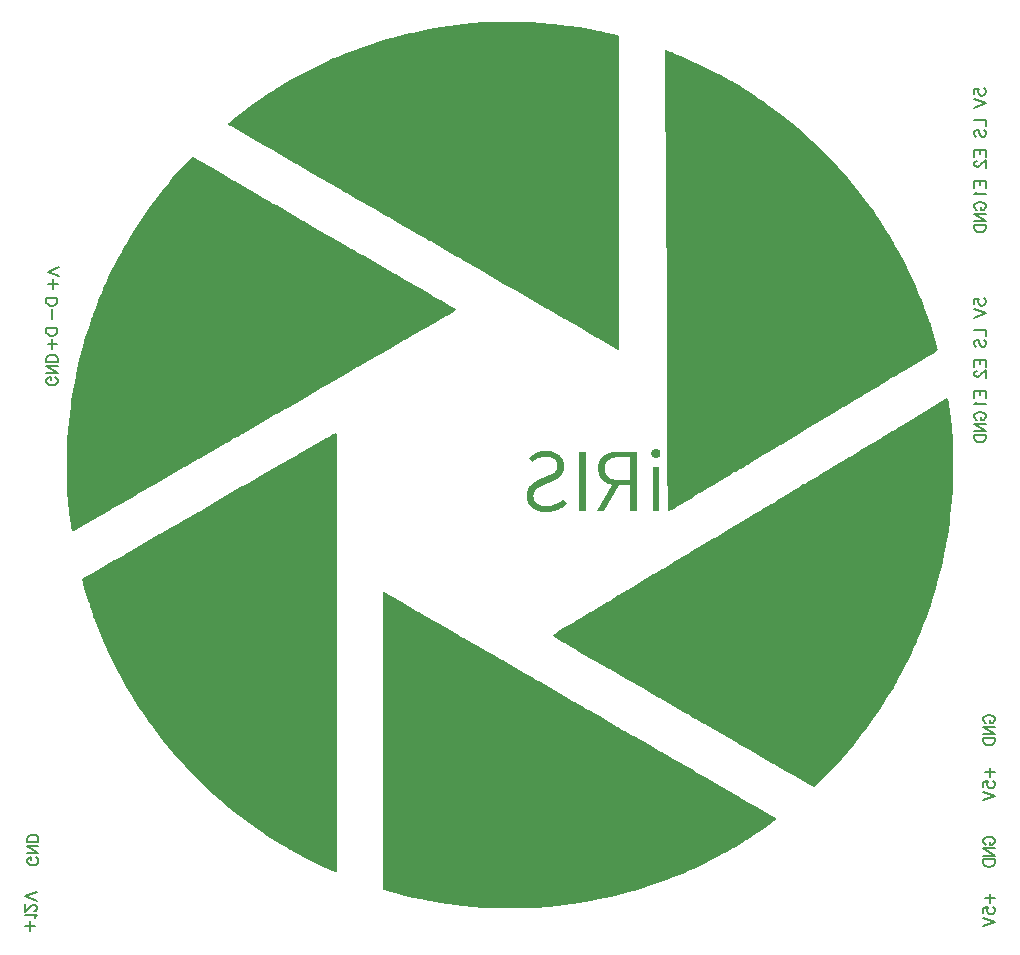
<source format=gbo>
G04 Layer: BottomSilkscreenLayer*
G04 EasyEDA v6.5.39, 2024-01-10 21:05:38*
G04 9cfd073529b94999841d5e3d22f50bd2,208856bd7ad64deca1bfdec547b981c7,10*
G04 Gerber Generator version 0.2*
G04 Scale: 100 percent, Rotated: No, Reflected: No *
G04 Dimensions in millimeters *
G04 leading zeros omitted , absolute positions ,4 integer and 5 decimal *
%FSLAX45Y45*%
%MOMM*%

%ADD10C,0.2032*%

%LPD*%
G36*
X4316323Y2169972D02*
G01*
X3874922Y2168042D01*
X3827526Y2160371D01*
X3703472Y2152192D01*
X3677970Y2145690D01*
X3597046Y2138273D01*
X3535679Y2127554D01*
X3437178Y2111806D01*
X3367887Y2097481D01*
X3298596Y2082749D01*
X3269386Y2075840D01*
X3229254Y2067661D01*
X3187293Y2054047D01*
X3174542Y2054199D01*
X3125317Y2039467D01*
X3072434Y2024735D01*
X2973933Y1994865D01*
X2900984Y1969668D01*
X2879090Y1963318D01*
X2791510Y1930704D01*
X2758694Y1919020D01*
X2739339Y1908149D01*
X2730296Y1908149D01*
X2700324Y1894433D01*
X2660192Y1878075D01*
X2630220Y1864360D01*
X2625394Y1864360D01*
X2561691Y1834438D01*
X2525217Y1817725D01*
X2375662Y1743202D01*
X2240686Y1670151D01*
X2229764Y1661515D01*
X2211527Y1652727D01*
X2189632Y1638401D01*
X2164080Y1623415D01*
X2142185Y1609242D01*
X2120341Y1597050D01*
X2116683Y1591818D01*
X2091994Y1578000D01*
X2080209Y1570583D01*
X1967128Y1494434D01*
X1883511Y1432102D01*
X1867357Y1421180D01*
X1770125Y1346454D01*
X1741017Y1320850D01*
X1735480Y1320850D01*
X1735480Y1300276D01*
X1757273Y1289862D01*
X1940255Y1184046D01*
X1967128Y1168146D01*
X1988972Y1156766D01*
X2018182Y1138326D01*
X2032762Y1130808D01*
X2059584Y1114755D01*
X2127605Y1076198D01*
X2138578Y1069543D01*
X2268626Y994359D01*
X2295398Y978458D01*
X2317292Y966978D01*
X2346502Y949248D01*
X2368397Y937818D01*
X2390241Y923239D01*
X2412136Y911809D01*
X2439009Y895858D01*
X2679344Y756920D01*
X2718562Y733602D01*
X2740456Y722122D01*
X2769616Y704443D01*
X2791510Y692912D01*
X2818384Y677011D01*
X2976270Y585825D01*
X3003092Y569874D01*
X3024987Y558495D01*
X3072434Y529234D01*
X3094278Y517804D01*
X3123488Y500126D01*
X3145383Y488645D01*
X3172155Y472744D01*
X3304590Y396138D01*
X3331413Y380187D01*
X3353308Y368706D01*
X3382467Y351028D01*
X3404362Y339648D01*
X3433572Y321208D01*
X3448151Y313690D01*
X3475024Y297637D01*
X3658108Y191820D01*
X3681577Y178816D01*
X3710787Y161340D01*
X3732682Y149860D01*
X3761841Y132130D01*
X3783736Y120700D01*
X3805631Y106121D01*
X3827526Y94691D01*
X3854399Y78740D01*
X4037736Y-27025D01*
X4064609Y-43078D01*
X4079240Y-50596D01*
X4108399Y-69037D01*
X4130294Y-80416D01*
X4159453Y-98094D01*
X4181348Y-109626D01*
X4208221Y-125526D01*
X4391609Y-231292D01*
X4418482Y-247243D01*
X4440377Y-258622D01*
X4469536Y-277012D01*
X4484116Y-284581D01*
X4510938Y-300634D01*
X4578959Y-339140D01*
X4589932Y-345846D01*
X4719980Y-420979D01*
X4746752Y-436930D01*
X4768646Y-448411D01*
X4797856Y-466090D01*
X4819751Y-477520D01*
X4841595Y-492150D01*
X4863490Y-503580D01*
X4890465Y-519480D01*
X5033467Y-601776D01*
X5040426Y-597509D01*
X5040426Y2053539D01*
X5029606Y2064359D01*
X4998466Y2068982D01*
X4943754Y2082596D01*
X4878120Y2098040D01*
X4861966Y2097836D01*
X4801514Y2111857D01*
X4754067Y2119630D01*
X4713935Y2126589D01*
X4611827Y2141423D01*
X4487773Y2155901D01*
X4378350Y2164638D01*
G37*
G36*
X5435244Y1933702D02*
G01*
X5431586Y1919681D01*
X5437784Y574852D01*
X5445455Y-56235D01*
X5452414Y-1548180D01*
X5457393Y-1966214D01*
X5469026Y-1972310D01*
X5507990Y-1949450D01*
X5527395Y-1937054D01*
X5578500Y-1907133D01*
X5600395Y-1893265D01*
X5651449Y-1863343D01*
X5673344Y-1849475D01*
X5724398Y-1819605D01*
X5746292Y-1805736D01*
X5797346Y-1775815D01*
X5826556Y-1757984D01*
X5870295Y-1732025D01*
X5899505Y-1714195D01*
X5943295Y-1688236D01*
X5972454Y-1670253D01*
X5987034Y-1662938D01*
X6019850Y-1641348D01*
X6034481Y-1634032D01*
X6063640Y-1615846D01*
X6089192Y-1600911D01*
X6118352Y-1582724D01*
X6132982Y-1575409D01*
X6165799Y-1553819D01*
X6180378Y-1546504D01*
X6209538Y-1528318D01*
X6235090Y-1513281D01*
X6264300Y-1495653D01*
X6278880Y-1487830D01*
X6311696Y-1466392D01*
X6333591Y-1455166D01*
X6355486Y-1440942D01*
X6406540Y-1411020D01*
X6428435Y-1397152D01*
X6479489Y-1367231D01*
X6498996Y-1354836D01*
X6570725Y-1312519D01*
X6647281Y-1266190D01*
X6864959Y-1135989D01*
X6889038Y-1121359D01*
X6942785Y-1090015D01*
X6964680Y-1076147D01*
X7015734Y-1046226D01*
X7037628Y-1032357D01*
X7088682Y-1002487D01*
X7110577Y-988618D01*
X7161631Y-958697D01*
X7183526Y-944829D01*
X7234631Y-914908D01*
X7254087Y-902512D01*
X7329474Y-859332D01*
X7333081Y-854608D01*
X7402423Y-815441D01*
X7406081Y-810869D01*
X7475372Y-771499D01*
X7482687Y-765098D01*
X7555636Y-722376D01*
X7627315Y-680008D01*
X7646822Y-667613D01*
X7700365Y-636219D01*
X7712456Y-628802D01*
X7744053Y-608431D01*
X7739329Y-577850D01*
X7725816Y-534060D01*
X7710728Y-483006D01*
X7681468Y-394970D01*
X7681468Y-385622D01*
X7670647Y-362610D01*
X7660284Y-329793D01*
X7636916Y-264160D01*
X7627010Y-242265D01*
X7604607Y-180238D01*
X7594650Y-158343D01*
X7578598Y-118211D01*
X7554468Y-63500D01*
X7516266Y20370D01*
X7455153Y144424D01*
X7411313Y224688D01*
X7400086Y246583D01*
X7382408Y275742D01*
X7370927Y297637D01*
X7354976Y324256D01*
X7326426Y374243D01*
X7321448Y377901D01*
X7311999Y396138D01*
X7286345Y436270D01*
X7243724Y500532D01*
X7243267Y505561D01*
X7218476Y538378D01*
X7198106Y569671D01*
X7127595Y666038D01*
X7049211Y768197D01*
X7044740Y771855D01*
X6979361Y852119D01*
X6899402Y943305D01*
X6862521Y983386D01*
X6680149Y1165860D01*
X6614464Y1225042D01*
X6559753Y1271524D01*
X6556095Y1275842D01*
X6508648Y1315364D01*
X6472224Y1344523D01*
X6453987Y1360474D01*
X6315354Y1465021D01*
X6297117Y1477518D01*
X6260642Y1503629D01*
X6232245Y1523288D01*
X6220510Y1530756D01*
X6188456Y1552498D01*
X6176721Y1559763D01*
X6132982Y1588363D01*
X6092850Y1613509D01*
X6074613Y1626006D01*
X6024626Y1654606D01*
X5998006Y1670557D01*
X5976112Y1681937D01*
X5950559Y1697583D01*
X5903163Y1723542D01*
X5866688Y1743151D01*
X5731713Y1810512D01*
X5636869Y1854250D01*
X5582158Y1878228D01*
X5542026Y1894332D01*
X5520131Y1904288D01*
X5490921Y1914702D01*
X5451703Y1929739D01*
X5447792Y1933702D01*
G37*
G36*
X1423924Y1029004D02*
G01*
X1362456Y965200D01*
X1259433Y847801D01*
X1229106Y811987D01*
X1199337Y775512D01*
X1120800Y674624D01*
X1109878Y658469D01*
X1047546Y574852D01*
X993140Y493877D01*
X927455Y392480D01*
X890981Y331724D01*
X874623Y304901D01*
X863142Y283057D01*
X845515Y253847D01*
X831037Y224688D01*
X802132Y173583D01*
X720750Y9448D01*
X707390Y-19710D01*
X677621Y-83413D01*
X677621Y-88239D01*
X663752Y-118211D01*
X644144Y-165658D01*
X633831Y-188620D01*
X633831Y-197358D01*
X622960Y-216712D01*
X612648Y-245922D01*
X593293Y-296976D01*
X586181Y-320294D01*
X575513Y-340766D01*
X575208Y-355346D01*
X561086Y-384505D01*
X560882Y-395325D01*
X547217Y-431952D01*
X532790Y-479348D01*
X517093Y-532231D01*
X503021Y-581507D01*
X487781Y-632561D01*
X487883Y-642366D01*
X474218Y-690930D01*
X457911Y-763879D01*
X444601Y-825906D01*
X433324Y-876960D01*
X429006Y-909828D01*
X415340Y-982776D01*
X407365Y-1037488D01*
X400507Y-1088542D01*
X392988Y-1150569D01*
X386029Y-1216202D01*
X372973Y-1358493D01*
X372973Y-1814474D01*
X382016Y-1876501D01*
X389636Y-1992477D01*
X396443Y-2022957D01*
X404266Y-2106320D01*
X411378Y-2132838D01*
X421132Y-2140966D01*
X442315Y-2129332D01*
X469188Y-2113584D01*
X652526Y-2007819D01*
X679399Y-1991918D01*
X701294Y-1980488D01*
X723188Y-1965858D01*
X745083Y-1954428D01*
X774242Y-1936750D01*
X796137Y-1925218D01*
X822960Y-1909318D01*
X958494Y-1830832D01*
X963930Y-1827479D01*
X1031951Y-1788922D01*
X1058773Y-1772920D01*
X1073404Y-1765350D01*
X1102563Y-1746961D01*
X1124458Y-1735531D01*
X1151331Y-1719630D01*
X1334719Y-1613865D01*
X1361592Y-1597914D01*
X1383436Y-1586433D01*
X1412646Y-1568754D01*
X1434541Y-1557324D01*
X1481937Y-1528064D01*
X1503832Y-1516684D01*
X1530654Y-1500784D01*
X1688541Y-1409547D01*
X1715414Y-1393647D01*
X1737309Y-1382217D01*
X1759204Y-1367790D01*
X1784705Y-1353362D01*
X1813915Y-1338427D01*
X1843074Y-1320088D01*
X1857654Y-1312519D01*
X1884527Y-1296466D01*
X2067915Y-1190701D01*
X2094788Y-1174648D01*
X2109368Y-1167130D01*
X2138578Y-1148689D01*
X2160422Y-1137310D01*
X2189632Y-1119632D01*
X2211527Y-1108100D01*
X2238349Y-1092200D01*
X2397556Y-999947D01*
X2428341Y-984046D01*
X2452268Y-968095D01*
X2470505Y-959002D01*
X2517952Y-929843D01*
X2539847Y-918413D01*
X2566720Y-902512D01*
X2750058Y-796747D01*
X2776931Y-780796D01*
X2798826Y-769315D01*
X2827985Y-751636D01*
X2849880Y-740257D01*
X2879090Y-721817D01*
X2893669Y-714298D01*
X2920542Y-698246D01*
X3103930Y-592429D01*
X3130753Y-576529D01*
X3152648Y-565099D01*
X3174542Y-550468D01*
X3196437Y-539038D01*
X3225596Y-521360D01*
X3247491Y-509879D01*
X3276701Y-492353D01*
X3300171Y-479348D01*
X3483305Y-373583D01*
X3540251Y-340410D01*
X3579469Y-317093D01*
X3601364Y-305612D01*
X3630523Y-287883D01*
X3654501Y-276707D01*
X3662730Y-258622D01*
X3659733Y-256082D01*
X3612286Y-229209D01*
X3601364Y-222453D01*
X3558743Y-198475D01*
X3532022Y-182575D01*
X3510127Y-171145D01*
X3480968Y-152755D01*
X3466388Y-145186D01*
X3439566Y-129184D01*
X3371545Y-90627D01*
X3360572Y-83972D01*
X3230524Y-8788D01*
X3203752Y7112D01*
X3181858Y18643D01*
X3152648Y36322D01*
X3130753Y47752D01*
X3108909Y62331D01*
X3087014Y73812D01*
X3060141Y89712D01*
X2876753Y195478D01*
X2849880Y211531D01*
X2835300Y219100D01*
X2806141Y237439D01*
X2776931Y252374D01*
X2751378Y266801D01*
X2729534Y281228D01*
X2707640Y292658D01*
X2680766Y308559D01*
X2497378Y414375D01*
X2470505Y430377D01*
X2455926Y437946D01*
X2426766Y456336D01*
X2404872Y467766D01*
X2375662Y485444D01*
X2353767Y496925D01*
X2326894Y512876D01*
X2143556Y618642D01*
X2116683Y634542D01*
X2094788Y645972D01*
X2047341Y675132D01*
X2029104Y684225D01*
X2005228Y700176D01*
X1974392Y716076D01*
X1815185Y808329D01*
X1788363Y824230D01*
X1766468Y835761D01*
X1737309Y853440D01*
X1715414Y864819D01*
X1686204Y883259D01*
X1671624Y890778D01*
X1644751Y906830D01*
X1434541Y1028242D01*
G37*
G36*
X7822692Y-1013612D02*
G01*
X7807350Y-1023670D01*
X7764678Y-1048410D01*
X7738008Y-1064818D01*
X7694218Y-1090777D01*
X7665059Y-1108557D01*
X7446162Y-1239570D01*
X7431582Y-1247394D01*
X7398766Y-1268831D01*
X7376871Y-1280058D01*
X7354976Y-1294434D01*
X7300264Y-1327099D01*
X7285685Y-1334922D01*
X7252868Y-1356410D01*
X7230973Y-1367586D01*
X7209078Y-1381861D01*
X7158024Y-1411732D01*
X7136130Y-1425600D01*
X7085025Y-1455521D01*
X7063181Y-1469390D01*
X7012076Y-1499311D01*
X6990181Y-1513179D01*
X6939127Y-1543050D01*
X6909968Y-1560931D01*
X6866178Y-1586890D01*
X6836968Y-1604670D01*
X6793230Y-1630629D01*
X6764020Y-1648612D01*
X6749440Y-1655927D01*
X6716623Y-1677517D01*
X6702044Y-1684832D01*
X6672834Y-1703019D01*
X6647281Y-1718005D01*
X6618122Y-1736191D01*
X6603542Y-1743506D01*
X6570725Y-1765096D01*
X6556095Y-1772412D01*
X6526936Y-1790598D01*
X6501384Y-1805533D01*
X6453987Y-1834337D01*
X6428435Y-1849424D01*
X6399276Y-1867001D01*
X6384645Y-1874824D01*
X6351828Y-1896262D01*
X6329934Y-1907489D01*
X6308039Y-1921713D01*
X6256985Y-1951634D01*
X6235090Y-1965502D01*
X6184036Y-1995424D01*
X6164529Y-2007819D01*
X6092850Y-2050135D01*
X6016244Y-2096465D01*
X5946902Y-2137664D01*
X5870295Y-2184349D01*
X5847080Y-2197506D01*
X5701538Y-2285034D01*
X5647791Y-2316429D01*
X5625896Y-2330297D01*
X5574842Y-2360218D01*
X5552948Y-2374036D01*
X5501894Y-2403957D01*
X5479999Y-2417826D01*
X5428945Y-2447747D01*
X5407050Y-2461615D01*
X5355945Y-2491536D01*
X5334101Y-2505405D01*
X5282996Y-2535275D01*
X5263540Y-2547670D01*
X5188153Y-2590901D01*
X5184495Y-2595575D01*
X5115204Y-2634792D01*
X5111546Y-2639364D01*
X5042255Y-2678531D01*
X5038598Y-2683256D01*
X4963261Y-2726436D01*
X4943754Y-2738831D01*
X4892700Y-2768752D01*
X4870805Y-2782620D01*
X4819751Y-2812542D01*
X4797856Y-2826410D01*
X4746752Y-2856280D01*
X4724908Y-2870149D01*
X4673803Y-2900070D01*
X4651908Y-2913938D01*
X4600854Y-2943809D01*
X4571695Y-2961690D01*
X4527905Y-2987649D01*
X4498695Y-3005683D01*
X4482287Y-3013964D01*
X4482287Y-3030524D01*
X4537862Y-3062020D01*
X4564380Y-3077972D01*
X4586274Y-3089351D01*
X4633671Y-3118612D01*
X4655566Y-3130042D01*
X4684776Y-3147720D01*
X4706670Y-3159201D01*
X4733544Y-3175152D01*
X4916881Y-3280918D01*
X4943754Y-3296818D01*
X4965649Y-3308248D01*
X4994808Y-3326637D01*
X5009438Y-3334207D01*
X5036261Y-3350209D01*
X5104282Y-3388766D01*
X5115204Y-3395421D01*
X5245252Y-3470605D01*
X5272074Y-3486505D01*
X5293969Y-3498037D01*
X5323128Y-3515715D01*
X5345023Y-3527145D01*
X5366918Y-3541725D01*
X5388813Y-3553206D01*
X5415686Y-3569106D01*
X5599023Y-3674872D01*
X5625896Y-3690924D01*
X5640476Y-3698443D01*
X5669686Y-3716832D01*
X5698845Y-3731768D01*
X5724398Y-3746195D01*
X5746292Y-3760622D01*
X5768187Y-3772052D01*
X5795060Y-3787952D01*
X5978398Y-3893769D01*
X6005271Y-3909771D01*
X6019850Y-3917340D01*
X6049060Y-3935729D01*
X6070955Y-3947160D01*
X6100114Y-3964838D01*
X6122009Y-3976319D01*
X6148882Y-3992270D01*
X6332270Y-4098036D01*
X6359144Y-4113936D01*
X6380988Y-4125366D01*
X6410198Y-4143756D01*
X6424777Y-4151325D01*
X6451600Y-4167327D01*
X6519621Y-4205884D01*
X6530594Y-4212539D01*
X6660794Y-4287723D01*
X6697929Y-4308398D01*
X6880910Y-4123588D01*
X6982917Y-4006240D01*
X7013346Y-3970375D01*
X7030313Y-3948480D01*
X7041286Y-3934815D01*
X7052919Y-3922928D01*
X7121550Y-3833164D01*
X7143648Y-3802532D01*
X7194702Y-3733241D01*
X7221728Y-3693109D01*
X7243724Y-3661867D01*
X7243724Y-3655923D01*
X7258303Y-3642766D01*
X7258303Y-3636822D01*
X7288784Y-3591001D01*
X7332268Y-3521659D01*
X7344562Y-3503422D01*
X7349845Y-3492500D01*
X7367727Y-3463290D01*
X7379208Y-3441446D01*
X7396886Y-3412236D01*
X7407351Y-3389985D01*
X7442758Y-3328314D01*
X7521600Y-3167837D01*
X7534960Y-3138627D01*
X7564729Y-3074974D01*
X7564729Y-3070148D01*
X7578598Y-3040176D01*
X7598206Y-2992729D01*
X7608519Y-2969768D01*
X7608519Y-2961030D01*
X7619339Y-2941675D01*
X7629702Y-2912465D01*
X7649057Y-2861411D01*
X7656169Y-2838094D01*
X7666837Y-2817622D01*
X7667142Y-2803042D01*
X7681214Y-2773883D01*
X7681468Y-2763062D01*
X7695133Y-2726436D01*
X7725003Y-2627934D01*
X7739227Y-2576880D01*
X7754518Y-2525826D01*
X7754416Y-2514295D01*
X7767980Y-2467457D01*
X7782814Y-2401773D01*
X7797800Y-2332482D01*
X7812786Y-2266035D01*
X7812735Y-2248560D01*
X7826908Y-2175611D01*
X7841996Y-2069846D01*
X7849362Y-2007819D01*
X7856321Y-1942134D01*
X7869326Y-1799894D01*
X7869326Y-1343914D01*
X7860334Y-1281887D01*
X7852714Y-1165910D01*
X7845907Y-1135430D01*
X7838084Y-1052068D01*
X7830312Y-1022908D01*
G37*
G36*
X2636926Y-1305610D02*
G01*
X2632151Y-1313332D01*
X2616454Y-1320088D01*
X2587244Y-1338478D01*
X2565349Y-1349857D01*
X2538476Y-1365808D01*
X2355138Y-1471574D01*
X2328265Y-1487474D01*
X2306370Y-1499006D01*
X2277160Y-1516684D01*
X2255316Y-1528064D01*
X2226106Y-1546504D01*
X2211527Y-1554022D01*
X2184654Y-1570075D01*
X2001266Y-1675841D01*
X1974392Y-1691792D01*
X1952498Y-1703222D01*
X1930654Y-1717802D01*
X1908759Y-1729232D01*
X1879549Y-1746707D01*
X1854047Y-1760626D01*
X1621891Y-1894738D01*
X1595018Y-1910638D01*
X1573123Y-1922068D01*
X1551279Y-1936699D01*
X1529384Y-1948129D01*
X1500174Y-1965807D01*
X1478280Y-1977288D01*
X1451508Y-1993239D01*
X1321460Y-2068372D01*
X1310487Y-2075078D01*
X1242466Y-2113584D01*
X1215644Y-2129637D01*
X1201064Y-2137206D01*
X1171905Y-2155596D01*
X1150010Y-2166975D01*
X1123137Y-2182926D01*
X939749Y-2288692D01*
X912876Y-2304592D01*
X890981Y-2316124D01*
X861821Y-2333802D01*
X839927Y-2345182D01*
X810717Y-2363622D01*
X796137Y-2371140D01*
X769264Y-2387193D01*
X585927Y-2492959D01*
X559054Y-2508910D01*
X537159Y-2520543D01*
X522427Y-2529433D01*
X498144Y-2546858D01*
X502869Y-2580538D01*
X516534Y-2624277D01*
X532638Y-2679039D01*
X546252Y-2717952D01*
X546506Y-2730093D01*
X560628Y-2759252D01*
X560882Y-2772765D01*
X571398Y-2795727D01*
X586740Y-2839516D01*
X592531Y-2861411D01*
X604621Y-2884779D01*
X604621Y-2893161D01*
X615238Y-2916123D01*
X637692Y-2978150D01*
X647649Y-3000044D01*
X663752Y-3040176D01*
X691184Y-3102152D01*
X734161Y-3196437D01*
X793140Y-3313734D01*
X826516Y-3375761D01*
X845362Y-3408578D01*
X860044Y-3437788D01*
X872744Y-3457244D01*
X916025Y-3532632D01*
X928471Y-3550869D01*
X953617Y-3591001D01*
X982167Y-3634740D01*
X989482Y-3646474D01*
X1011224Y-3678529D01*
X1018692Y-3690518D01*
X1047699Y-3733241D01*
X1055166Y-3741928D01*
X1071880Y-3766058D01*
X1181455Y-3912006D01*
X1197457Y-3930243D01*
X1226616Y-3966667D01*
X1266240Y-4014114D01*
X1364843Y-4127195D01*
X1573123Y-4335526D01*
X1707489Y-4451858D01*
X1719072Y-4462830D01*
X1762810Y-4496663D01*
X1784705Y-4515967D01*
X1967128Y-4652873D01*
X2009800Y-4681677D01*
X2021839Y-4689144D01*
X2053894Y-4710887D01*
X2065629Y-4718151D01*
X2107539Y-4745532D01*
X2149500Y-4771999D01*
X2175052Y-4788509D01*
X2237028Y-4823561D01*
X2240686Y-4828286D01*
X2262581Y-4840071D01*
X2291791Y-4855006D01*
X2324608Y-4873853D01*
X2386634Y-4907229D01*
X2503932Y-4966208D01*
X2594559Y-5007406D01*
X2634792Y-5026406D01*
X2647188Y-5026406D01*
X2654706Y-5012283D01*
X2654706Y-1319733D01*
X2647188Y-1305610D01*
G37*
G36*
X3045815Y-2651658D02*
G01*
X3041396Y-2663190D01*
X3041396Y-5167528D01*
X3054654Y-5179568D01*
X3093059Y-5186832D01*
X3101086Y-5191810D01*
X3152648Y-5204714D01*
X3232912Y-5226151D01*
X3269386Y-5233670D01*
X3302203Y-5241798D01*
X3367887Y-5255818D01*
X3404362Y-5262727D01*
X3444494Y-5270652D01*
X3535679Y-5285638D01*
X3595928Y-5296560D01*
X3674313Y-5303723D01*
X3710787Y-5310987D01*
X3820210Y-5318252D01*
X3882237Y-5327345D01*
X4352798Y-5327345D01*
X4425746Y-5318150D01*
X4532274Y-5311089D01*
X4568037Y-5303723D01*
X4645609Y-5296611D01*
X4706670Y-5285943D01*
X4805121Y-5270195D01*
X4874463Y-5255869D01*
X4925517Y-5244134D01*
X4972964Y-5234736D01*
X5013045Y-5226151D01*
X5056428Y-5212435D01*
X5067808Y-5212537D01*
X5117033Y-5197856D01*
X5169916Y-5183124D01*
X5268417Y-5153253D01*
X5341366Y-5128056D01*
X5363260Y-5121706D01*
X5450789Y-5089093D01*
X5483656Y-5077358D01*
X5503011Y-5066538D01*
X5511698Y-5066538D01*
X5577535Y-5037378D01*
X5583529Y-5037378D01*
X5645505Y-5008168D01*
X5649772Y-5008168D01*
X5713476Y-4978095D01*
X5873953Y-4898034D01*
X5932322Y-4866589D01*
X5954217Y-4853990D01*
X5979769Y-4840071D01*
X6008928Y-4822647D01*
X6030823Y-4811064D01*
X6081877Y-4778705D01*
X6122009Y-4755134D01*
X6125667Y-4750206D01*
X6150305Y-4736388D01*
X6162141Y-4728972D01*
X6275222Y-4652619D01*
X6355791Y-4594047D01*
X6376619Y-4577638D01*
X6362750Y-4562348D01*
X6339382Y-4550359D01*
X6193790Y-4465828D01*
X6180378Y-4457852D01*
X6158484Y-4446371D01*
X6129324Y-4428642D01*
X6107430Y-4417212D01*
X6085535Y-4402632D01*
X6063640Y-4391202D01*
X6036767Y-4375251D01*
X5853430Y-4269486D01*
X5786424Y-4230471D01*
X5757214Y-4212996D01*
X5735320Y-4201515D01*
X5706160Y-4183786D01*
X5684266Y-4172305D01*
X5657443Y-4156405D01*
X5499557Y-4065219D01*
X5472684Y-4049268D01*
X5450789Y-4037888D01*
X5403392Y-4008628D01*
X5381498Y-3997198D01*
X5352338Y-3979519D01*
X5330444Y-3968038D01*
X5303621Y-3952138D01*
X5173573Y-3876954D01*
X5162651Y-3870299D01*
X5120030Y-3846322D01*
X5093309Y-3830421D01*
X5071414Y-3819042D01*
X5042255Y-3800601D01*
X5027676Y-3793083D01*
X5000853Y-3777030D01*
X4932832Y-3738473D01*
X4921859Y-3731818D01*
X4791811Y-3656634D01*
X4765040Y-3640734D01*
X4743145Y-3629253D01*
X4713935Y-3611524D01*
X4692040Y-3600094D01*
X4670145Y-3585514D01*
X4648301Y-3574084D01*
X4621428Y-3558133D01*
X4381093Y-3419195D01*
X4341876Y-3395878D01*
X4319981Y-3384397D01*
X4290771Y-3366668D01*
X4268927Y-3355187D01*
X4242054Y-3339287D01*
X4084167Y-3248101D01*
X4057345Y-3232150D01*
X4035450Y-3220770D01*
X3988003Y-3191510D01*
X3966108Y-3180080D01*
X3936949Y-3162401D01*
X3915054Y-3150920D01*
X3888232Y-3135020D01*
X3755847Y-3058414D01*
X3729024Y-3042462D01*
X3707129Y-3030982D01*
X3677970Y-3013303D01*
X3656076Y-3001873D01*
X3626865Y-2983484D01*
X3612286Y-2975965D01*
X3585413Y-2959912D01*
X3402076Y-2854096D01*
X3375202Y-2838196D01*
X3353308Y-2826461D01*
X3327755Y-2811932D01*
X3298596Y-2794406D01*
X3276701Y-2782976D01*
X3254806Y-2768396D01*
X3232912Y-2756966D01*
X3206038Y-2741015D01*
X3050540Y-2651709D01*
G37*
G36*
X5355082Y-1441704D02*
G01*
X5349697Y-1442008D01*
X5344566Y-1442923D01*
X5339791Y-1444447D01*
X5335320Y-1446479D01*
X5331256Y-1449070D01*
X5327599Y-1452168D01*
X5324449Y-1455674D01*
X5321757Y-1459687D01*
X5319623Y-1464106D01*
X5318048Y-1468882D01*
X5317083Y-1474063D01*
X5316728Y-1479550D01*
X5317083Y-1485341D01*
X5318048Y-1490726D01*
X5319623Y-1495755D01*
X5321757Y-1500327D01*
X5324449Y-1504442D01*
X5327599Y-1508048D01*
X5331256Y-1511198D01*
X5335320Y-1513840D01*
X5339791Y-1515922D01*
X5344566Y-1517446D01*
X5349697Y-1518361D01*
X5355082Y-1518666D01*
X5360771Y-1518361D01*
X5366105Y-1517446D01*
X5371033Y-1515922D01*
X5375605Y-1513840D01*
X5379720Y-1511198D01*
X5383377Y-1508048D01*
X5386578Y-1504442D01*
X5389270Y-1500327D01*
X5391353Y-1495755D01*
X5392928Y-1490726D01*
X5393893Y-1485341D01*
X5394198Y-1479550D01*
X5393893Y-1474063D01*
X5392928Y-1468882D01*
X5391353Y-1464106D01*
X5389270Y-1459687D01*
X5386578Y-1455674D01*
X5383428Y-1452168D01*
X5379720Y-1449070D01*
X5375605Y-1446479D01*
X5371033Y-1444447D01*
X5366105Y-1442923D01*
X5360771Y-1442008D01*
G37*
G36*
X4424426Y-1457706D02*
G01*
X4411624Y-1458061D01*
X4399076Y-1459230D01*
X4386884Y-1461058D01*
X4375048Y-1463548D01*
X4363516Y-1466697D01*
X4352340Y-1470507D01*
X4341571Y-1474825D01*
X4331208Y-1479804D01*
X4321251Y-1485239D01*
X4311751Y-1491183D01*
X4302709Y-1497634D01*
X4294073Y-1504492D01*
X4285996Y-1511757D01*
X4278376Y-1519428D01*
X4308602Y-1555750D01*
X4318000Y-1547266D01*
X4327855Y-1539443D01*
X4338116Y-1532382D01*
X4343400Y-1529130D01*
X4354372Y-1523288D01*
X4360011Y-1520698D01*
X4365853Y-1518310D01*
X4371746Y-1516176D01*
X4384040Y-1512519D01*
X4390390Y-1511096D01*
X4403547Y-1508963D01*
X4410354Y-1508302D01*
X4417314Y-1507896D01*
X4424426Y-1507744D01*
X4431588Y-1507896D01*
X4438548Y-1508353D01*
X4445304Y-1509115D01*
X4451807Y-1510131D01*
X4458106Y-1511452D01*
X4464151Y-1513078D01*
X4469942Y-1514957D01*
X4475480Y-1517142D01*
X4480763Y-1519580D01*
X4485741Y-1522222D01*
X4490466Y-1525168D01*
X4494885Y-1528368D01*
X4499000Y-1531823D01*
X4502810Y-1535480D01*
X4506264Y-1539443D01*
X4509414Y-1543558D01*
X4512208Y-1547926D01*
X4514697Y-1552549D01*
X4516780Y-1557324D01*
X4518558Y-1562354D01*
X4519930Y-1567586D01*
X4520895Y-1573022D01*
X4521504Y-1578660D01*
X4521708Y-1584452D01*
X4521454Y-1590751D01*
X4520793Y-1596694D01*
X4519676Y-1602333D01*
X4518202Y-1607667D01*
X4516272Y-1612696D01*
X4514037Y-1617472D01*
X4511446Y-1621993D01*
X4508550Y-1626311D01*
X4505401Y-1630324D01*
X4501946Y-1634134D01*
X4498238Y-1637741D01*
X4490212Y-1644396D01*
X4481423Y-1650339D01*
X4472178Y-1655724D01*
X4462526Y-1660652D01*
X4452721Y-1665224D01*
X4360113Y-1704695D01*
X4349597Y-1709724D01*
X4339386Y-1715007D01*
X4329582Y-1720596D01*
X4320235Y-1726539D01*
X4311345Y-1732940D01*
X4303014Y-1739798D01*
X4295292Y-1747164D01*
X4288231Y-1755089D01*
X4284929Y-1759254D01*
X4278934Y-1768093D01*
X4276191Y-1772767D01*
X4273702Y-1777593D01*
X4269282Y-1787855D01*
X4265777Y-1798878D01*
X4263237Y-1810664D01*
X4262323Y-1816912D01*
X4261662Y-1823364D01*
X4261256Y-1830019D01*
X4261205Y-1842262D01*
X4262018Y-1852777D01*
X4262678Y-1857959D01*
X4264660Y-1868068D01*
X4267403Y-1877923D01*
X4270908Y-1887474D01*
X4275124Y-1896668D01*
X4280052Y-1905457D01*
X4285691Y-1913940D01*
X4292041Y-1921967D01*
X4299051Y-1929536D01*
X4306722Y-1936699D01*
X4315002Y-1943354D01*
X4323943Y-1949450D01*
X4328617Y-1952345D01*
X4338472Y-1957628D01*
X4348886Y-1962404D01*
X4359910Y-1966518D01*
X4371441Y-1970024D01*
X4383582Y-1972868D01*
X4396232Y-1975053D01*
X4402734Y-1975916D01*
X4416145Y-1977034D01*
X4430014Y-1977389D01*
X4443222Y-1977034D01*
X4456125Y-1976069D01*
X4468774Y-1974443D01*
X4481118Y-1972208D01*
X4493209Y-1969312D01*
X4504944Y-1965909D01*
X4516374Y-1961845D01*
X4527499Y-1957273D01*
X4538268Y-1952193D01*
X4548733Y-1946554D01*
X4558842Y-1940407D01*
X4568596Y-1933752D01*
X4577994Y-1926691D01*
X4587036Y-1919122D01*
X4595723Y-1911146D01*
X4604004Y-1902714D01*
X4569714Y-1863598D01*
X4560316Y-1873046D01*
X4550410Y-1881886D01*
X4539945Y-1890064D01*
X4529023Y-1897532D01*
X4517644Y-1904238D01*
X4505858Y-1910130D01*
X4499864Y-1912823D01*
X4487570Y-1917496D01*
X4481322Y-1919528D01*
X4468571Y-1922881D01*
X4462170Y-1924253D01*
X4455668Y-1925370D01*
X4449114Y-1926234D01*
X4435906Y-1927199D01*
X4429252Y-1927352D01*
X4414977Y-1926843D01*
X4408170Y-1926183D01*
X4401515Y-1925269D01*
X4388967Y-1922729D01*
X4377334Y-1919224D01*
X4366666Y-1914804D01*
X4361688Y-1912264D01*
X4356963Y-1909521D01*
X4352493Y-1906574D01*
X4348276Y-1903425D01*
X4344314Y-1900072D01*
X4340656Y-1896516D01*
X4337253Y-1892807D01*
X4334103Y-1888896D01*
X4331258Y-1884781D01*
X4328668Y-1880565D01*
X4326382Y-1876145D01*
X4324400Y-1871573D01*
X4322673Y-1866798D01*
X4321302Y-1861921D01*
X4320184Y-1856892D01*
X4319422Y-1851710D01*
X4318914Y-1846427D01*
X4318762Y-1840992D01*
X4318965Y-1834388D01*
X4319524Y-1828139D01*
X4320489Y-1822297D01*
X4321810Y-1816709D01*
X4323435Y-1811528D01*
X4325416Y-1806549D01*
X4327753Y-1801926D01*
X4330344Y-1797557D01*
X4333290Y-1793392D01*
X4336491Y-1789480D01*
X4339945Y-1785772D01*
X4347667Y-1778914D01*
X4351883Y-1775714D01*
X4361027Y-1769719D01*
X4370933Y-1764131D01*
X4381601Y-1758797D01*
X4404614Y-1748282D01*
X4482287Y-1713839D01*
X4492447Y-1709115D01*
X4502658Y-1703882D01*
X4517847Y-1694942D01*
X4527600Y-1688134D01*
X4536948Y-1680616D01*
X4545736Y-1672386D01*
X4553813Y-1663293D01*
X4557522Y-1658416D01*
X4561027Y-1653336D01*
X4564278Y-1648002D01*
X4567275Y-1642414D01*
X4569968Y-1636623D01*
X4572355Y-1630578D01*
X4574438Y-1624228D01*
X4576165Y-1617675D01*
X4577537Y-1610817D01*
X4578553Y-1603654D01*
X4579162Y-1596237D01*
X4579366Y-1588516D01*
X4579264Y-1582877D01*
X4578248Y-1571802D01*
X4577435Y-1566418D01*
X4576368Y-1561084D01*
X4573524Y-1550771D01*
X4569866Y-1540814D01*
X4565345Y-1531366D01*
X4559960Y-1522323D01*
X4553864Y-1513738D01*
X4546955Y-1505712D01*
X4539386Y-1498193D01*
X4531106Y-1491234D01*
X4522165Y-1484833D01*
X4512614Y-1479092D01*
X4502505Y-1473911D01*
X4491786Y-1469440D01*
X4480560Y-1465630D01*
X4468876Y-1462582D01*
X4456684Y-1460195D01*
X4444085Y-1458620D01*
X4431080Y-1457807D01*
G37*
G36*
X5040122Y-1466596D02*
G01*
X5026406Y-1466799D01*
X5013045Y-1467510D01*
X5000193Y-1468678D01*
X4987696Y-1470355D01*
X4975758Y-1472590D01*
X4964277Y-1475333D01*
X4953304Y-1478584D01*
X4942890Y-1482445D01*
X4933035Y-1486916D01*
X4923739Y-1491945D01*
X4919319Y-1494688D01*
X4910988Y-1500682D01*
X4903317Y-1507337D01*
X4896256Y-1514602D01*
X4889906Y-1522577D01*
X4884267Y-1531264D01*
X4881727Y-1535836D01*
X4877206Y-1545590D01*
X4873498Y-1556105D01*
X4871872Y-1561642D01*
X4869332Y-1573276D01*
X4867605Y-1585671D01*
X4866741Y-1598879D01*
X4866640Y-1605788D01*
X4923790Y-1605788D01*
X4924298Y-1593443D01*
X4924958Y-1587652D01*
X4926990Y-1576781D01*
X4928412Y-1571701D01*
X4930089Y-1566875D01*
X4932019Y-1562303D01*
X4934153Y-1557934D01*
X4936591Y-1553768D01*
X4939233Y-1549857D01*
X4942128Y-1546148D01*
X4945278Y-1542643D01*
X4948631Y-1539392D01*
X4956149Y-1533448D01*
X4964582Y-1528318D01*
X4973980Y-1524000D01*
X4979009Y-1522069D01*
X4989779Y-1518869D01*
X5001412Y-1516329D01*
X5014010Y-1514449D01*
X5027472Y-1513230D01*
X5041798Y-1512620D01*
X5136896Y-1512570D01*
X5136896Y-1705102D01*
X5041798Y-1705000D01*
X5034483Y-1704746D01*
X5020614Y-1703578D01*
X5007610Y-1701698D01*
X4995468Y-1699006D01*
X4984242Y-1695551D01*
X4979009Y-1693570D01*
X4969154Y-1688947D01*
X4964582Y-1686356D01*
X4960264Y-1683562D01*
X4956149Y-1680565D01*
X4952288Y-1677416D01*
X4948631Y-1674012D01*
X4945278Y-1670456D01*
X4942128Y-1666697D01*
X4939233Y-1662684D01*
X4936591Y-1658518D01*
X4934153Y-1654149D01*
X4932019Y-1649577D01*
X4930089Y-1644802D01*
X4928412Y-1639874D01*
X4926990Y-1634693D01*
X4924958Y-1623720D01*
X4924298Y-1617929D01*
X4923790Y-1605788D01*
X4866640Y-1605788D01*
X4867046Y-1618589D01*
X4868316Y-1630832D01*
X4870348Y-1642414D01*
X4873193Y-1653438D01*
X4876800Y-1663852D01*
X4881168Y-1673707D01*
X4886248Y-1682953D01*
X4891989Y-1691589D01*
X4898440Y-1699615D01*
X4905552Y-1707134D01*
X4913274Y-1713992D01*
X4921605Y-1720342D01*
X4930546Y-1726082D01*
X4940046Y-1731264D01*
X4950053Y-1735836D01*
X4960620Y-1739900D01*
X4971694Y-1743354D01*
X4983226Y-1746250D01*
X4853686Y-1968500D01*
X4917440Y-1968500D01*
X5042916Y-1751838D01*
X5136896Y-1751838D01*
X5136896Y-1968500D01*
X5193792Y-1968500D01*
X5193792Y-1466596D01*
G37*
G36*
X4706874Y-1466596D02*
G01*
X4706874Y-1968500D01*
X4763770Y-1968500D01*
X4763770Y-1466596D01*
G37*
G36*
X5327650Y-1598168D02*
G01*
X5327650Y-1968500D01*
X5383022Y-1968500D01*
X5383022Y-1598168D01*
G37*
D10*
X99971Y-5483590D02*
G01*
X18153Y-5483590D01*
X59062Y-5524500D02*
G01*
X59062Y-5442681D01*
X95427Y-5412681D02*
G01*
X99971Y-5403590D01*
X113609Y-5389953D01*
X18153Y-5389953D01*
X90881Y-5355409D02*
G01*
X95427Y-5355409D01*
X104518Y-5350863D01*
X109062Y-5346319D01*
X113609Y-5337228D01*
X113609Y-5319047D01*
X109062Y-5309953D01*
X104518Y-5305409D01*
X95427Y-5300863D01*
X86337Y-5300863D01*
X77246Y-5305409D01*
X63609Y-5314500D01*
X18153Y-5359953D01*
X18153Y-5296319D01*
X113609Y-5266319D02*
G01*
X18153Y-5229953D01*
X113609Y-5193591D02*
G01*
X18153Y-5229953D01*
X103581Y-4897518D02*
G01*
X112671Y-4902062D01*
X121762Y-4911153D01*
X126309Y-4920246D01*
X126309Y-4938428D01*
X121762Y-4947518D01*
X112671Y-4956609D01*
X103581Y-4961153D01*
X89946Y-4965700D01*
X67218Y-4965700D01*
X53581Y-4961153D01*
X44490Y-4956609D01*
X35399Y-4947518D01*
X30853Y-4938428D01*
X30853Y-4920246D01*
X35399Y-4911153D01*
X44490Y-4902062D01*
X53581Y-4897518D01*
X67218Y-4897518D01*
X67218Y-4920246D02*
G01*
X67218Y-4897518D01*
X126309Y-4867518D02*
G01*
X30853Y-4867518D01*
X126309Y-4867518D02*
G01*
X30853Y-4803881D01*
X126309Y-4803881D02*
G01*
X30853Y-4803881D01*
X126309Y-4773881D02*
G01*
X30853Y-4773881D01*
X126309Y-4773881D02*
G01*
X126309Y-4742063D01*
X121762Y-4728428D01*
X112671Y-4719337D01*
X103581Y-4714791D01*
X89946Y-4710247D01*
X67218Y-4710247D01*
X53581Y-4714791D01*
X44490Y-4719337D01*
X35399Y-4728428D01*
X30853Y-4742063D01*
X30853Y-4773881D01*
X8142328Y-4181109D02*
G01*
X8224146Y-4181109D01*
X8183237Y-4140200D02*
G01*
X8183237Y-4222018D01*
X8128690Y-4306562D02*
G01*
X8128690Y-4261109D01*
X8169600Y-4256562D01*
X8165053Y-4261109D01*
X8160509Y-4274746D01*
X8160509Y-4288381D01*
X8165053Y-4302018D01*
X8174146Y-4311108D01*
X8187781Y-4315653D01*
X8196872Y-4315653D01*
X8210509Y-4311108D01*
X8219600Y-4302018D01*
X8224146Y-4288381D01*
X8224146Y-4274746D01*
X8219600Y-4261109D01*
X8215053Y-4256562D01*
X8205962Y-4252018D01*
X8128690Y-4345652D02*
G01*
X8224146Y-4382018D01*
X8128690Y-4418380D02*
G01*
X8224146Y-4382018D01*
X8142328Y-5247909D02*
G01*
X8224146Y-5247909D01*
X8183237Y-5207000D02*
G01*
X8183237Y-5288818D01*
X8128690Y-5373362D02*
G01*
X8128690Y-5327909D01*
X8169600Y-5323362D01*
X8165053Y-5327909D01*
X8160509Y-5341546D01*
X8160509Y-5355181D01*
X8165053Y-5368818D01*
X8174146Y-5377908D01*
X8187781Y-5382453D01*
X8196872Y-5382453D01*
X8210509Y-5377908D01*
X8219600Y-5368818D01*
X8224146Y-5355181D01*
X8224146Y-5341546D01*
X8219600Y-5327909D01*
X8215053Y-5323362D01*
X8205962Y-5318818D01*
X8128690Y-5412452D02*
G01*
X8224146Y-5448818D01*
X8128690Y-5485180D02*
G01*
X8224146Y-5448818D01*
X8151418Y-3763881D02*
G01*
X8142328Y-3759337D01*
X8133237Y-3750246D01*
X8128690Y-3741153D01*
X8128690Y-3722971D01*
X8133237Y-3713881D01*
X8142328Y-3704790D01*
X8151418Y-3700246D01*
X8165053Y-3695700D01*
X8187781Y-3695700D01*
X8201418Y-3700246D01*
X8210509Y-3704790D01*
X8219600Y-3713881D01*
X8224146Y-3722971D01*
X8224146Y-3741153D01*
X8219600Y-3750246D01*
X8210509Y-3759337D01*
X8201418Y-3763881D01*
X8187781Y-3763881D01*
X8187781Y-3741153D02*
G01*
X8187781Y-3763881D01*
X8128690Y-3793881D02*
G01*
X8224146Y-3793881D01*
X8128690Y-3793881D02*
G01*
X8224146Y-3857518D01*
X8128690Y-3857518D02*
G01*
X8224146Y-3857518D01*
X8128690Y-3887518D02*
G01*
X8224146Y-3887518D01*
X8128690Y-3887518D02*
G01*
X8128690Y-3919336D01*
X8133237Y-3932971D01*
X8142328Y-3942062D01*
X8151418Y-3946608D01*
X8165053Y-3951152D01*
X8187781Y-3951152D01*
X8201418Y-3946608D01*
X8210509Y-3942062D01*
X8219600Y-3932971D01*
X8224146Y-3919336D01*
X8224146Y-3887518D01*
X8151418Y-4792581D02*
G01*
X8142328Y-4788037D01*
X8133237Y-4778946D01*
X8128690Y-4769853D01*
X8128690Y-4751671D01*
X8133237Y-4742581D01*
X8142328Y-4733490D01*
X8151418Y-4728946D01*
X8165053Y-4724400D01*
X8187781Y-4724400D01*
X8201418Y-4728946D01*
X8210509Y-4733490D01*
X8219600Y-4742581D01*
X8224146Y-4751671D01*
X8224146Y-4769853D01*
X8219600Y-4778946D01*
X8210509Y-4788037D01*
X8201418Y-4792581D01*
X8187781Y-4792581D01*
X8187781Y-4769853D02*
G01*
X8187781Y-4792581D01*
X8128690Y-4822581D02*
G01*
X8224146Y-4822581D01*
X8128690Y-4822581D02*
G01*
X8224146Y-4886218D01*
X8128690Y-4886218D02*
G01*
X8224146Y-4886218D01*
X8128690Y-4916218D02*
G01*
X8224146Y-4916218D01*
X8128690Y-4916218D02*
G01*
X8128690Y-4948036D01*
X8133237Y-4961671D01*
X8142328Y-4970762D01*
X8151418Y-4975308D01*
X8165053Y-4979852D01*
X8187781Y-4979852D01*
X8201418Y-4975308D01*
X8210509Y-4970762D01*
X8219600Y-4961671D01*
X8224146Y-4948036D01*
X8224146Y-4916218D01*
X191190Y-165100D02*
G01*
X286646Y-165100D01*
X191190Y-165100D02*
G01*
X191190Y-196918D01*
X195737Y-210553D01*
X204828Y-219646D01*
X213918Y-224190D01*
X227553Y-228737D01*
X250281Y-228737D01*
X263918Y-224190D01*
X273009Y-219646D01*
X282100Y-210553D01*
X286646Y-196918D01*
X286646Y-165100D01*
X245737Y-258737D02*
G01*
X245737Y-340553D01*
X191190Y-419100D02*
G01*
X286646Y-419100D01*
X191190Y-419100D02*
G01*
X191190Y-450918D01*
X195737Y-464553D01*
X204828Y-473646D01*
X213918Y-478190D01*
X227553Y-482737D01*
X250281Y-482737D01*
X263918Y-478190D01*
X273009Y-473646D01*
X282100Y-464553D01*
X286646Y-450918D01*
X286646Y-419100D01*
X204828Y-553646D02*
G01*
X286646Y-553646D01*
X245737Y-512737D02*
G01*
X245737Y-594553D01*
X290471Y-47990D02*
G01*
X208653Y-47990D01*
X249562Y-88900D02*
G01*
X249562Y-7081D01*
X304109Y22918D02*
G01*
X208653Y59281D01*
X304109Y95646D02*
G01*
X208653Y59281D01*
X268681Y-833518D02*
G01*
X277771Y-838062D01*
X286862Y-847153D01*
X291409Y-856246D01*
X291409Y-874428D01*
X286862Y-883518D01*
X277771Y-892609D01*
X268681Y-897153D01*
X255046Y-901700D01*
X232318Y-901700D01*
X218681Y-897153D01*
X209590Y-892609D01*
X200499Y-883518D01*
X195953Y-874428D01*
X195953Y-856246D01*
X200499Y-847153D01*
X209590Y-838062D01*
X218681Y-833518D01*
X232318Y-833518D01*
X232318Y-856246D02*
G01*
X232318Y-833518D01*
X291409Y-803518D02*
G01*
X195953Y-803518D01*
X291409Y-803518D02*
G01*
X195953Y-739881D01*
X291409Y-739881D02*
G01*
X195953Y-739881D01*
X291409Y-709881D02*
G01*
X195953Y-709881D01*
X291409Y-709881D02*
G01*
X291409Y-678063D01*
X286862Y-664428D01*
X277771Y-655337D01*
X268681Y-650791D01*
X255046Y-646247D01*
X232318Y-646247D01*
X218681Y-650791D01*
X209590Y-655337D01*
X200499Y-664428D01*
X195953Y-678063D01*
X195953Y-709881D01*
X8052561Y-952500D02*
G01*
X8148065Y-952500D01*
X8052561Y-952500D02*
G01*
X8052561Y-1011681D01*
X8098027Y-952500D02*
G01*
X8098027Y-988821D01*
X8148065Y-952500D02*
G01*
X8148065Y-1011681D01*
X8070595Y-1041654D02*
G01*
X8066024Y-1050797D01*
X8052561Y-1064260D01*
X8148065Y-1064260D01*
X8052561Y-685800D02*
G01*
X8148065Y-685800D01*
X8052561Y-685800D02*
G01*
X8052561Y-744981D01*
X8098027Y-685800D02*
G01*
X8098027Y-722121D01*
X8148065Y-685800D02*
G01*
X8148065Y-744981D01*
X8075168Y-779526D02*
G01*
X8070595Y-779526D01*
X8061706Y-784097D01*
X8057134Y-788415D01*
X8052561Y-797560D01*
X8052561Y-815847D01*
X8057134Y-824992D01*
X8061706Y-829310D01*
X8070595Y-833881D01*
X8079740Y-833881D01*
X8088884Y-829310D01*
X8102600Y-820420D01*
X8148065Y-774954D01*
X8148065Y-838454D01*
X8052561Y-431800D02*
G01*
X8148065Y-431800D01*
X8148065Y-431800D02*
G01*
X8148065Y-486410D01*
X8066024Y-579881D02*
G01*
X8057134Y-570992D01*
X8052561Y-557276D01*
X8052561Y-538987D01*
X8057134Y-525526D01*
X8066024Y-516381D01*
X8075168Y-516381D01*
X8084311Y-520954D01*
X8088884Y-525526D01*
X8093456Y-534415D01*
X8102600Y-561847D01*
X8106918Y-570992D01*
X8111490Y-575310D01*
X8120634Y-579881D01*
X8134350Y-579881D01*
X8143493Y-570992D01*
X8148065Y-557276D01*
X8148065Y-538987D01*
X8143493Y-525526D01*
X8134350Y-516381D01*
X8052490Y-219646D02*
G01*
X8052490Y-174190D01*
X8093400Y-169646D01*
X8088853Y-174190D01*
X8084309Y-187827D01*
X8084309Y-201462D01*
X8088853Y-215099D01*
X8097946Y-224190D01*
X8111581Y-228737D01*
X8120672Y-228737D01*
X8134309Y-224190D01*
X8143400Y-215099D01*
X8147946Y-201462D01*
X8147946Y-187827D01*
X8143400Y-174190D01*
X8138853Y-169646D01*
X8129762Y-165100D01*
X8052490Y-258737D02*
G01*
X8147946Y-295099D01*
X8052490Y-331462D02*
G01*
X8147946Y-295099D01*
X8075218Y-1198481D02*
G01*
X8066128Y-1193937D01*
X8057037Y-1184846D01*
X8052490Y-1175753D01*
X8052490Y-1157571D01*
X8057037Y-1148481D01*
X8066128Y-1139390D01*
X8075218Y-1134846D01*
X8088853Y-1130300D01*
X8111581Y-1130300D01*
X8125218Y-1134846D01*
X8134309Y-1139390D01*
X8143400Y-1148481D01*
X8147946Y-1157571D01*
X8147946Y-1175753D01*
X8143400Y-1184846D01*
X8134309Y-1193937D01*
X8125218Y-1198481D01*
X8111581Y-1198481D01*
X8111581Y-1175753D02*
G01*
X8111581Y-1198481D01*
X8052490Y-1228481D02*
G01*
X8147946Y-1228481D01*
X8052490Y-1228481D02*
G01*
X8147946Y-1292118D01*
X8052490Y-1292118D02*
G01*
X8147946Y-1292118D01*
X8052490Y-1322118D02*
G01*
X8147946Y-1322118D01*
X8052490Y-1322118D02*
G01*
X8052490Y-1353936D01*
X8057037Y-1367571D01*
X8066128Y-1376662D01*
X8075218Y-1381208D01*
X8088853Y-1385752D01*
X8111581Y-1385752D01*
X8125218Y-1381208D01*
X8134309Y-1376662D01*
X8143400Y-1367571D01*
X8147946Y-1353936D01*
X8147946Y-1322118D01*
X8075218Y579518D02*
G01*
X8066128Y584062D01*
X8057037Y593153D01*
X8052490Y602246D01*
X8052490Y620428D01*
X8057037Y629518D01*
X8066128Y638609D01*
X8075218Y643153D01*
X8088853Y647700D01*
X8111581Y647700D01*
X8125218Y643153D01*
X8134309Y638609D01*
X8143400Y629518D01*
X8147946Y620428D01*
X8147946Y602246D01*
X8143400Y593153D01*
X8134309Y584062D01*
X8125218Y579518D01*
X8111581Y579518D01*
X8111581Y602246D02*
G01*
X8111581Y579518D01*
X8052490Y549518D02*
G01*
X8147946Y549518D01*
X8052490Y549518D02*
G01*
X8147946Y485881D01*
X8052490Y485881D02*
G01*
X8147946Y485881D01*
X8052490Y455881D02*
G01*
X8147946Y455881D01*
X8052490Y455881D02*
G01*
X8052490Y424063D01*
X8057037Y410428D01*
X8066128Y401337D01*
X8075218Y396791D01*
X8088853Y392247D01*
X8111581Y392247D01*
X8125218Y396791D01*
X8134309Y401337D01*
X8143400Y410428D01*
X8147946Y424063D01*
X8147946Y455881D01*
X8052490Y1558353D02*
G01*
X8052490Y1603809D01*
X8093400Y1608353D01*
X8088853Y1603809D01*
X8084309Y1590172D01*
X8084309Y1576537D01*
X8088853Y1562900D01*
X8097946Y1553809D01*
X8111581Y1549262D01*
X8120672Y1549262D01*
X8134309Y1553809D01*
X8143400Y1562900D01*
X8147946Y1576537D01*
X8147946Y1590172D01*
X8143400Y1603809D01*
X8138853Y1608353D01*
X8129762Y1612900D01*
X8052490Y1519262D02*
G01*
X8147946Y1482900D01*
X8052490Y1446537D02*
G01*
X8147946Y1482900D01*
X8052561Y1346200D02*
G01*
X8148065Y1346200D01*
X8148065Y1346200D02*
G01*
X8148065Y1291589D01*
X8066024Y1198118D02*
G01*
X8057134Y1207007D01*
X8052561Y1220723D01*
X8052561Y1239012D01*
X8057134Y1252473D01*
X8066024Y1261618D01*
X8075168Y1261618D01*
X8084311Y1257045D01*
X8088884Y1252473D01*
X8093456Y1243584D01*
X8102600Y1216152D01*
X8106918Y1207007D01*
X8111490Y1202689D01*
X8120634Y1198118D01*
X8134350Y1198118D01*
X8143493Y1207007D01*
X8148065Y1220723D01*
X8148065Y1239012D01*
X8143493Y1252473D01*
X8134350Y1261618D01*
X8052561Y1092200D02*
G01*
X8148065Y1092200D01*
X8052561Y1092200D02*
G01*
X8052561Y1033018D01*
X8098027Y1092200D02*
G01*
X8098027Y1055878D01*
X8148065Y1092200D02*
G01*
X8148065Y1033018D01*
X8075168Y998473D02*
G01*
X8070595Y998473D01*
X8061706Y993902D01*
X8057134Y989584D01*
X8052561Y980439D01*
X8052561Y962152D01*
X8057134Y953007D01*
X8061706Y948689D01*
X8070595Y944118D01*
X8079740Y944118D01*
X8088884Y948689D01*
X8102600Y957579D01*
X8148065Y1003045D01*
X8148065Y939545D01*
X8052561Y825500D02*
G01*
X8148065Y825500D01*
X8052561Y825500D02*
G01*
X8052561Y766318D01*
X8098027Y825500D02*
G01*
X8098027Y789178D01*
X8148065Y825500D02*
G01*
X8148065Y766318D01*
X8070595Y736345D02*
G01*
X8066024Y727202D01*
X8052561Y713739D01*
X8148065Y713739D01*
M02*

</source>
